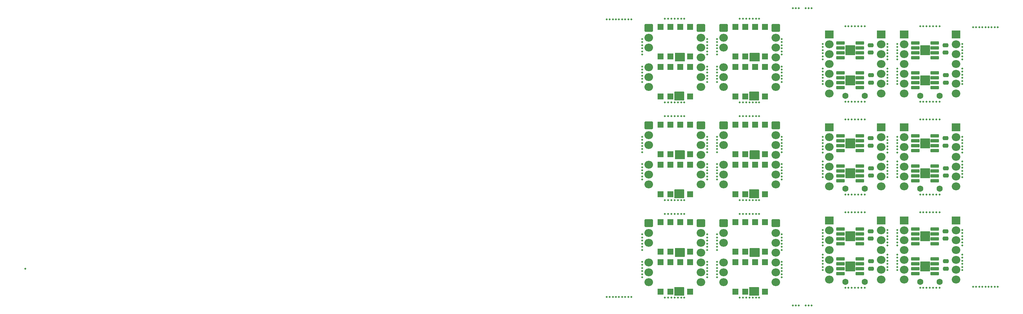
<source format=gbr>
%TF.GenerationSoftware,KiCad,Pcbnew,8.0.4*%
%TF.CreationDate,2024-09-16T10:23:00-03:00*%
%TF.ProjectId,drivers_panelized,64726976-6572-4735-9f70-616e656c697a,rev?*%
%TF.SameCoordinates,Original*%
%TF.FileFunction,Soldermask,Top*%
%TF.FilePolarity,Negative*%
%FSLAX46Y46*%
G04 Gerber Fmt 4.6, Leading zero omitted, Abs format (unit mm)*
G04 Created by KiCad (PCBNEW 8.0.4) date 2024-09-16 10:23:00*
%MOMM*%
%LPD*%
G01*
G04 APERTURE LIST*
G04 Aperture macros list*
%AMRoundRect*
0 Rectangle with rounded corners*
0 $1 Rounding radius*
0 $2 $3 $4 $5 $6 $7 $8 $9 X,Y pos of 4 corners*
0 Add a 4 corners polygon primitive as box body*
4,1,4,$2,$3,$4,$5,$6,$7,$8,$9,$2,$3,0*
0 Add four circle primitives for the rounded corners*
1,1,$1+$1,$2,$3*
1,1,$1+$1,$4,$5*
1,1,$1+$1,$6,$7*
1,1,$1+$1,$8,$9*
0 Add four rect primitives between the rounded corners*
20,1,$1+$1,$2,$3,$4,$5,0*
20,1,$1+$1,$4,$5,$6,$7,0*
20,1,$1+$1,$6,$7,$8,$9,0*
20,1,$1+$1,$8,$9,$2,$3,0*%
G04 Aperture macros list end*
%ADD10C,0.500000*%
%ADD11RoundRect,0.054880X-1.032120X-0.337120X1.032120X-0.337120X1.032120X0.337120X-1.032120X0.337120X0*%
%ADD12RoundRect,0.102000X-1.142500X-1.142500X1.142500X-1.142500X1.142500X1.142500X-1.142500X1.142500X0*%
%ADD13C,1.600000*%
%ADD14RoundRect,0.250000X0.475000X-0.250000X0.475000X0.250000X-0.475000X0.250000X-0.475000X-0.250000X0*%
%ADD15R,1.600000X1.600000*%
%ADD16RoundRect,0.250000X0.850000X0.750000X-0.850000X0.750000X-0.850000X-0.750000X0.850000X-0.750000X0*%
%ADD17O,2.200000X2.000000*%
%ADD18R,2.200000X2.000000*%
G04 APERTURE END LIST*
D10*
%TO.C,KiKit_MB_29_4*%
X156150000Y-108066667D03*
%TD*%
%TO.C,KiKit_MB_25_6*%
X101300000Y-113733333D03*
%TD*%
%TO.C,KiKit_MB_16_2*%
X118000000Y-96400000D03*
%TD*%
%TO.C,KiKit_MB_14_5*%
X101300000Y-96400000D03*
%TD*%
%TO.C,KiKit_MB_37_10*%
X97700000Y-58266667D03*
%TD*%
%TO.C,KiKit_MB_10_1*%
X183800000Y-70933333D03*
%TD*%
%TO.C,KiKit_MB_25_4*%
X147800000Y-114200000D03*
%TD*%
%TO.C,KiKit_MB_9_2*%
X183800000Y-65400001D03*
%TD*%
%TO.C,KiKit_MB_3_1*%
X164500000Y-64600001D03*
%TD*%
%TO.C,KiKit_MB_37_4*%
X92900000Y-58266667D03*
%TD*%
%TO.C,KiKit_MB_24_6*%
X127283333Y-104866667D03*
%TD*%
D11*
%TO.C,IC1*%
X171750000Y-72066667D03*
X171750000Y-73336667D03*
X171750000Y-74606667D03*
X171750000Y-75876667D03*
X176690000Y-75876667D03*
X176690000Y-74606667D03*
X176690000Y-73336667D03*
X176690000Y-72066667D03*
D12*
X174220000Y-73971667D03*
%TD*%
D10*
%TO.C,KiKit_MB_11_2*%
X173783333Y-60066667D03*
%TD*%
%TO.C,KiKit_MB_27_5*%
X164500000Y-115800000D03*
%TD*%
%TO.C,KiKit_MB_30_7*%
X153650000Y-127466667D03*
%TD*%
%TO.C,KiKit_MB_16_6*%
X118000000Y-99600000D03*
%TD*%
%TO.C,KiKit_MB_29_1*%
X153650000Y-108066667D03*
%TD*%
%TO.C,KiKit_MB_18_7*%
X107150000Y-104866667D03*
%TD*%
%TO.C,KiKit_MB_30_2*%
X111316666Y-130066667D03*
%TD*%
%TO.C,KiKit_MB_35_2*%
X127283333Y-108466667D03*
%TD*%
%TO.C,KiKit_MB_26_5*%
X147800000Y-119733333D03*
%TD*%
%TO.C,KiKit_MB_27_5*%
X118000000Y-116933333D03*
%TD*%
%TO.C,KiKit_MB_11_7*%
X177950000Y-60066667D03*
%TD*%
%TO.C,KiKit_MB_4_1*%
X118000000Y-70400000D03*
%TD*%
%TO.C,KiKit_MB_31_2*%
X120600000Y-116933333D03*
%TD*%
%TO.C,KiKit_MB_18_5*%
X155316667Y-103466667D03*
%TD*%
%TO.C,KiKit_MB_16_1*%
X164500000Y-94933333D03*
%TD*%
%TO.C,KiKit_MB_14_3*%
X101300000Y-98000000D03*
%TD*%
%TO.C,KiKit_MB_12_7*%
X126450000Y-79666667D03*
%TD*%
%TO.C,KiKit_MB_38_10*%
X97700000Y-129866667D03*
%TD*%
%TO.C,KiKit_MB_32_3*%
X167100000Y-121333333D03*
%TD*%
%TO.C,KiKit_MB_40_5*%
X189800000Y-127266667D03*
%TD*%
%TO.C,KiKit_MB_12_2*%
X130616666Y-79666667D03*
%TD*%
%TO.C,KiKit_MB_32_6*%
X167100000Y-118933333D03*
%TD*%
%TO.C,KiKit_MB_8_6*%
X167100000Y-70933333D03*
%TD*%
D13*
%TO.C,C3*%
X158700000Y-77966667D03*
X153700000Y-77966667D03*
%TD*%
D10*
%TO.C,KiKit_MB_15_6*%
X118000000Y-92533333D03*
%TD*%
%TO.C,KiKit_MB_7_4*%
X167100000Y-66200001D03*
%TD*%
D13*
%TO.C,C3*%
X178000000Y-101966667D03*
X173000000Y-101966667D03*
%TD*%
D10*
%TO.C,KiKit_MB_37_7*%
X95300000Y-58266667D03*
%TD*%
%TO.C,KiKit_MB_28_5*%
X118000000Y-124000000D03*
%TD*%
%TO.C,KiKit_MB_30_4*%
X109650000Y-130066667D03*
%TD*%
%TO.C,KiKit_MB_13_3*%
X101300000Y-90933333D03*
%TD*%
%TO.C,KiKit_MB_8_3*%
X167100000Y-73333333D03*
%TD*%
%TO.C,KiKit_MB_40_7*%
X191400000Y-127266667D03*
%TD*%
%TO.C,KiKit_MB_40_4*%
X189000000Y-127266667D03*
%TD*%
%TO.C,KiKit_MB_4_2*%
X164500000Y-71733333D03*
%TD*%
%TO.C,KiKit_MB_23_1*%
X172950000Y-84066667D03*
%TD*%
%TO.C,KiKit_MB_6_5*%
X108816667Y-79666667D03*
%TD*%
%TO.C,KiKit_MB_3_2*%
X164500000Y-65400001D03*
%TD*%
%TO.C,KiKit_MB_3_6*%
X164500000Y-68600001D03*
%TD*%
%TO.C,KiKit_MB_34_3*%
X183800000Y-120533333D03*
%TD*%
%TO.C,KiKit_MB_29_3*%
X155316667Y-108066667D03*
%TD*%
%TO.C,KiKit_MB_11_2*%
X127283333Y-58066667D03*
%TD*%
%TO.C,KiKit_MB_6_7*%
X153650000Y-79466667D03*
%TD*%
%TO.C,KiKit_MB_14_3*%
X147800000Y-97333333D03*
%TD*%
%TO.C,KiKit_MB_20_3*%
X120600000Y-98000000D03*
%TD*%
%TO.C,KiKit_MB_6_4*%
X156150000Y-79466667D03*
%TD*%
%TO.C,KiKit_MB_35_5*%
X129783333Y-108466667D03*
%TD*%
%TO.C,KiKit_MB_21_3*%
X137300000Y-90133333D03*
%TD*%
%TO.C,KiKit_MB_10_4*%
X137300000Y-72800000D03*
%TD*%
D11*
%TO.C,IC1*%
X152450000Y-72066667D03*
X152450000Y-73336667D03*
X152450000Y-74606667D03*
X152450000Y-75876667D03*
X157390000Y-75876667D03*
X157390000Y-74606667D03*
X157390000Y-73336667D03*
X157390000Y-72066667D03*
D12*
X154920000Y-73971667D03*
%TD*%
D10*
%TO.C,KiKit_MB_33_3*%
X183800000Y-114200000D03*
%TD*%
%TO.C,KiKit_MB_5_7*%
X158650000Y-60066667D03*
%TD*%
%TO.C,KiKit_MB_8_1*%
X167100000Y-74933333D03*
%TD*%
%TO.C,KiKit_MB_13_5*%
X147800000Y-89400000D03*
%TD*%
%TO.C,KiKit_MB_22_1*%
X183800000Y-94933333D03*
%TD*%
%TO.C,KiKit_MB_18_3*%
X110483333Y-104866667D03*
%TD*%
%TO.C,KiKit_MB_19_2*%
X120600000Y-91733333D03*
%TD*%
D14*
%TO.C,C2*%
X179500000Y-66816667D03*
X179500000Y-64916667D03*
%TD*%
D10*
%TO.C,KiKit_MB_17_6*%
X111316666Y-83266667D03*
%TD*%
%TO.C,KiKit_MB_23_7*%
X131450000Y-83266667D03*
%TD*%
%TO.C,KiKit_MB_27_2*%
X164500000Y-113400000D03*
%TD*%
%TO.C,KiKit_MB_9_5*%
X183800000Y-67800001D03*
%TD*%
%TO.C,KiKit_MB_39_7*%
X191400000Y-60266667D03*
%TD*%
%TO.C,KiKit_MB_5_4*%
X156150000Y-60066667D03*
%TD*%
%TO.C,KiKit_MB_26_6*%
X147800000Y-118933333D03*
%TD*%
%TO.C,KiKit_MB_20_6*%
X167100000Y-94933333D03*
%TD*%
%TO.C,KiKit_MB_28_6*%
X118000000Y-124800000D03*
%TD*%
%TO.C,KiKit_MB_7_3*%
X120600000Y-65733334D03*
%TD*%
%TO.C,KiKit_MB_6_3*%
X156983333Y-79466667D03*
%TD*%
%TO.C,KiKit_MB_26_3*%
X147800000Y-121333333D03*
%TD*%
%TO.C,KiKit_MB_3_4*%
X164500000Y-67000001D03*
%TD*%
%TO.C,KiKit_MB_16_4*%
X118000000Y-98000000D03*
%TD*%
%TO.C,KiKit_MB_26_3*%
X101300000Y-123200000D03*
%TD*%
%TO.C,KiKit_MB_27_6*%
X118000000Y-117733333D03*
%TD*%
%TO.C,KiKit_MB_12_1*%
X131450000Y-79666667D03*
%TD*%
%TO.C,KiKit_MB_23_3*%
X174616666Y-84066667D03*
%TD*%
D15*
%TO.C,U1*%
X105980000Y-78136667D03*
X108520000Y-78136667D03*
X111060000Y-78136667D03*
X113600000Y-78136667D03*
X113600000Y-70516667D03*
X111060000Y-70516667D03*
X108520000Y-70516667D03*
X105980000Y-70516667D03*
%TD*%
D10*
%TO.C,KiKit_MB_22_2*%
X183800000Y-95733333D03*
%TD*%
%TO.C,KiKit_MB_36_2*%
X177116666Y-127466667D03*
%TD*%
%TO.C,KiKit_MB_25_3*%
X101300000Y-116133333D03*
%TD*%
%TO.C,KiKit_MB_31_5*%
X120600000Y-114533333D03*
%TD*%
%TO.C,KiKit_MB_19_6*%
X167100000Y-88600000D03*
%TD*%
%TO.C,KiKit_MB_8_3*%
X120600000Y-72800000D03*
%TD*%
%TO.C,KiKit_MB_38_5*%
X93700000Y-129866667D03*
%TD*%
%TO.C,KiKit_MB_5_3*%
X155316667Y-60066667D03*
%TD*%
%TO.C,KiKit_MB_13_2*%
X147800000Y-91800000D03*
%TD*%
%TO.C,KiKit_MB_24_2*%
X130616666Y-104866667D03*
%TD*%
%TO.C,KiKit_MB_1_3*%
X101300000Y-65733334D03*
%TD*%
%TO.C,KiKit_MB_10_4*%
X183800000Y-73333333D03*
%TD*%
%TO.C,KiKit_MB_32_5*%
X167100000Y-119733333D03*
%TD*%
%TO.C,KiKit_MB_19_1*%
X167100000Y-92600000D03*
%TD*%
D11*
%TO.C,IC1*%
X171750000Y-96066667D03*
X171750000Y-97336667D03*
X171750000Y-98606667D03*
X171750000Y-99876667D03*
X176690000Y-99876667D03*
X176690000Y-98606667D03*
X176690000Y-97336667D03*
X176690000Y-96066667D03*
D12*
X174220000Y-97971667D03*
%TD*%
D10*
%TO.C,KiKit_MB_36_3*%
X176283333Y-127466667D03*
%TD*%
%TO.C,KiKit_MB_39_2*%
X187400000Y-60266667D03*
%TD*%
%TO.C,KiKit_MB_38_3*%
X92100000Y-129866667D03*
%TD*%
%TO.C,KiKit_MB_30_3*%
X110483333Y-130066667D03*
%TD*%
%TO.C,KiKit_MB_16_5*%
X118000000Y-98800000D03*
%TD*%
%TO.C,KiKit_MB_11_7*%
X131450000Y-58066667D03*
%TD*%
%TO.C,KiKit_MB_28_1*%
X164500000Y-118933333D03*
%TD*%
%TO.C,KiKit_MB_8_5*%
X120600000Y-71200000D03*
%TD*%
%TO.C,KiKit_MB_33_4*%
X137300000Y-116133333D03*
%TD*%
%TO.C,KiKit_MB_32_4*%
X120600000Y-122400000D03*
%TD*%
%TO.C,KiKit_MB_29_7*%
X112150000Y-108466667D03*
%TD*%
%TO.C,KiKit_MB_34_1*%
X137300000Y-120800000D03*
%TD*%
%TO.C,KiKit_MB_40_6*%
X190600000Y-127266667D03*
%TD*%
%TO.C,KiKit_MB_22_4*%
X137300000Y-98000000D03*
%TD*%
%TO.C,KiKit_MB_40_3*%
X188200000Y-127266667D03*
%TD*%
%TO.C,KiKit_MB_27_4*%
X164500000Y-115000000D03*
%TD*%
%TO.C,KiKit_MB_27_3*%
X118000000Y-115333333D03*
%TD*%
%TO.C,KiKit_MB_2_6*%
X101300000Y-70400000D03*
%TD*%
%TO.C,KiKit_MB_40_1*%
X186600000Y-127266667D03*
%TD*%
D14*
%TO.C,C2*%
X179500000Y-114816667D03*
X179500000Y-112916667D03*
%TD*%
D10*
%TO.C,KiKit_MB_28_2*%
X164500000Y-119733333D03*
%TD*%
%TO.C,KiKit_MB_23_3*%
X128116666Y-83266667D03*
%TD*%
%TO.C,KiKit_MB_14_2*%
X147800000Y-98133333D03*
%TD*%
D11*
%TO.C,IC2*%
X171750000Y-112326667D03*
X171750000Y-113596667D03*
X171750000Y-114866667D03*
X171750000Y-116136667D03*
X176690000Y-116136667D03*
X176690000Y-114866667D03*
X176690000Y-113596667D03*
X176690000Y-112326667D03*
D12*
X174220000Y-114231667D03*
%TD*%
D10*
%TO.C,KiKit_MB_32_3*%
X120600000Y-123200000D03*
%TD*%
%TO.C,KiKit_MB_2_3*%
X101300000Y-72800000D03*
%TD*%
%TO.C,KiKit_MB_5_2*%
X154483334Y-60066667D03*
%TD*%
%TO.C,KiKit_MB_18_7*%
X153650000Y-103466667D03*
%TD*%
%TO.C,KiKit_MB_6_6*%
X154483334Y-79466667D03*
%TD*%
%TO.C,KiKit_MB_39_9*%
X193000000Y-60266667D03*
%TD*%
%TO.C,KiKit_MB_4_1*%
X164500000Y-70933333D03*
%TD*%
%TO.C,KiKit_MB_36_3*%
X129783333Y-130066667D03*
%TD*%
D14*
%TO.C,C2*%
X179500000Y-90816667D03*
X179500000Y-88916667D03*
%TD*%
D10*
%TO.C,KiKit_MB_13_1*%
X147800000Y-92600000D03*
%TD*%
%TO.C,KiKit_MB_26_4*%
X147800000Y-120533333D03*
%TD*%
%TO.C,KiKit_MB_40_3*%
X141700000Y-55400000D03*
%TD*%
%TO.C,KiKit_MB_24_1*%
X177950000Y-103466667D03*
%TD*%
%TO.C,KiKit_MB_28_4*%
X164500000Y-121333333D03*
%TD*%
D15*
%TO.C,U1*%
X125280000Y-128536667D03*
X127820000Y-128536667D03*
X130360000Y-128536667D03*
X132900000Y-128536667D03*
X132900000Y-120916667D03*
X130360000Y-120916667D03*
X127820000Y-120916667D03*
X125280000Y-120916667D03*
%TD*%
%TO.C,U1*%
X105980000Y-103336667D03*
X108520000Y-103336667D03*
X111060000Y-103336667D03*
X113600000Y-103336667D03*
X113600000Y-95716667D03*
X111060000Y-95716667D03*
X108520000Y-95716667D03*
X105980000Y-95716667D03*
%TD*%
D10*
%TO.C,KiKit_MB_10_1*%
X137300000Y-70400000D03*
%TD*%
%TO.C,KiKit_MB_19_5*%
X167100000Y-89400000D03*
%TD*%
%TO.C,KiKit_MB_32_1*%
X120600000Y-124800000D03*
%TD*%
%TO.C,KiKit_MB_11_4*%
X128950000Y-58066667D03*
%TD*%
%TO.C,KiKit_MB_25_5*%
X101300000Y-114533333D03*
%TD*%
%TO.C,KiKit_MB_9_6*%
X183800000Y-68600001D03*
%TD*%
%TO.C,KiKit_MB_40_9*%
X143400000Y-132100000D03*
%TD*%
%TO.C,KiKit_MB_31_4*%
X120600000Y-115333333D03*
%TD*%
%TO.C,KiKit_MB_22_2*%
X137300000Y-96400000D03*
%TD*%
D15*
%TO.C,U1*%
X125280000Y-103336667D03*
X127820000Y-103336667D03*
X130360000Y-103336667D03*
X132900000Y-103336667D03*
X132900000Y-95716667D03*
X130360000Y-95716667D03*
X127820000Y-95716667D03*
X125280000Y-95716667D03*
%TD*%
D10*
%TO.C,KiKit_MB_26_6*%
X101300000Y-120800000D03*
%TD*%
%TO.C,KiKit_MB_4_6*%
X118000000Y-74400000D03*
%TD*%
%TO.C,KiKit_MB_27_2*%
X118000000Y-114533333D03*
%TD*%
%TO.C,KiKit_MB_10_2*%
X183800000Y-71733333D03*
%TD*%
%TO.C,KiKit_MB_11_6*%
X130616666Y-58066667D03*
%TD*%
%TO.C,KiKit_MB_31_2*%
X167100000Y-115800000D03*
%TD*%
%TO.C,KiKit_MB_12_3*%
X129783333Y-79666667D03*
%TD*%
%TO.C,KiKit_MB_33_1*%
X183800000Y-112600000D03*
%TD*%
%TO.C,KiKit_MB_18_3*%
X156983333Y-103466667D03*
%TD*%
D14*
%TO.C,C1*%
X160300000Y-98566667D03*
X160300000Y-96666667D03*
%TD*%
D10*
%TO.C,KiKit_MB_33_1*%
X137300000Y-113733333D03*
%TD*%
%TO.C,KiKit_MB_29_3*%
X108816667Y-108466667D03*
%TD*%
%TO.C,KiKit_MB_33_6*%
X137300000Y-117733333D03*
%TD*%
%TO.C,KiKit_MB_8_4*%
X120600000Y-72000000D03*
%TD*%
%TO.C,KiKit_MB_20_5*%
X120600000Y-96400000D03*
%TD*%
%TO.C,KiKit_MB_2_1*%
X101300000Y-74400000D03*
%TD*%
%TO.C,KiKit_MB_38_8*%
X96100000Y-129866667D03*
%TD*%
%TO.C,KiKit_MB_3_3*%
X118000000Y-64933334D03*
%TD*%
%TO.C,KiKit_MB_13_2*%
X101300000Y-91733333D03*
%TD*%
%TO.C,KiKit_MB_20_1*%
X120600000Y-99600000D03*
%TD*%
%TO.C,KiKit_MB_26_1*%
X101300000Y-124800000D03*
%TD*%
%TO.C,KiKit_MB_37_5*%
X93700000Y-58266667D03*
%TD*%
D13*
%TO.C,C3*%
X178000000Y-77966667D03*
X173000000Y-77966667D03*
%TD*%
%TO.C,C3*%
X158700000Y-125966667D03*
X153700000Y-125966667D03*
%TD*%
D10*
%TO.C,KiKit_MB_2_2*%
X101300000Y-73600000D03*
%TD*%
%TO.C,KiKit_MB_33_5*%
X183800000Y-115800000D03*
%TD*%
%TO.C,KiKit_MB_13_1*%
X101300000Y-92533333D03*
%TD*%
%TO.C,KiKit_MB_39_5*%
X189800000Y-60266667D03*
%TD*%
%TO.C,KiKit_MB_36_1*%
X131450000Y-130066667D03*
%TD*%
%TO.C,KiKit_MB_12_2*%
X177116666Y-79466667D03*
%TD*%
D14*
%TO.C,C1*%
X160300000Y-122566667D03*
X160300000Y-120666667D03*
%TD*%
D10*
%TO.C,KiKit_MB_9_3*%
X183800000Y-66200001D03*
%TD*%
%TO.C,KiKit_MB_31_4*%
X167100000Y-114200000D03*
%TD*%
%TO.C,KiKit_MB_25_1*%
X101300000Y-117733333D03*
%TD*%
%TO.C,KiKit_MB_2_3*%
X147800000Y-73333333D03*
%TD*%
%TO.C,KiKit_MB_1_5*%
X101300000Y-64133334D03*
%TD*%
%TO.C,KiKit_MB_4_5*%
X118000000Y-73600000D03*
%TD*%
%TO.C,KiKit_MB_16_2*%
X164500000Y-95733333D03*
%TD*%
%TO.C,KiKit_MB_19_6*%
X120600000Y-88533333D03*
%TD*%
%TO.C,KiKit_MB_22_5*%
X137300000Y-98800000D03*
%TD*%
%TO.C,KiKit_MB_5_2*%
X107983334Y-58066667D03*
%TD*%
%TO.C,KiKit_MB_40_11*%
X145000000Y-132100000D03*
%TD*%
%TO.C,KiKit_MB_33_5*%
X137300000Y-116933333D03*
%TD*%
%TO.C,KiKit_MB_33_3*%
X137300000Y-115333333D03*
%TD*%
%TO.C,KiKit_MB_21_1*%
X183800000Y-88600000D03*
%TD*%
%TO.C,KiKit_MB_29_2*%
X107983334Y-108466667D03*
%TD*%
%TO.C,KiKit_MB_6_2*%
X157816666Y-79466667D03*
%TD*%
%TO.C,KiKit_MB_34_6*%
X183800000Y-122933333D03*
%TD*%
D15*
%TO.C,U1*%
X105980000Y-128536667D03*
X108520000Y-128536667D03*
X111060000Y-128536667D03*
X113600000Y-128536667D03*
X113600000Y-120916667D03*
X111060000Y-120916667D03*
X108520000Y-120916667D03*
X105980000Y-120916667D03*
%TD*%
D10*
%TO.C,KiKit_MB_32_6*%
X120600000Y-120800000D03*
%TD*%
%TO.C,KiKit_MB_40_2*%
X187400000Y-127266667D03*
%TD*%
%TO.C,KiKit_MB_20_1*%
X167100000Y-98933333D03*
%TD*%
%TO.C,KiKit_MB_23_4*%
X175450000Y-84066667D03*
%TD*%
%TO.C,KiKit_MB_12_1*%
X177950000Y-79466667D03*
%TD*%
%TO.C,KiKit_MB_13_6*%
X101300000Y-88533333D03*
%TD*%
%TO.C,KiKit_MB_8_2*%
X167100000Y-74133333D03*
%TD*%
%TO.C,KiKit_MB_35_3*%
X174616666Y-108066667D03*
%TD*%
%TO.C,KiKit_MB_13_6*%
X147800000Y-88600000D03*
%TD*%
%TO.C,KiKit_MB_18_1*%
X112150000Y-104866667D03*
%TD*%
%TO.C,KiKit_MB_21_1*%
X137300000Y-88533333D03*
%TD*%
D14*
%TO.C,C1*%
X179600000Y-122566667D03*
X179600000Y-120666667D03*
%TD*%
D10*
%TO.C,KiKit_MB_14_1*%
X101300000Y-99600000D03*
%TD*%
%TO.C,KiKit_MB_30_3*%
X156983333Y-127466667D03*
%TD*%
%TO.C,KiKit_MB_40_1*%
X140100000Y-55400000D03*
%TD*%
%TO.C,KiKit_MB_21_2*%
X183800000Y-89400000D03*
%TD*%
D15*
%TO.C,U2*%
X125280000Y-93016667D03*
X127820000Y-93016667D03*
X130360000Y-93016667D03*
X132900000Y-93016667D03*
X132900000Y-85396667D03*
X130360000Y-85396667D03*
X127820000Y-85396667D03*
X125280000Y-85396667D03*
%TD*%
D10*
%TO.C,KiKit_MB_33_2*%
X183800000Y-113400000D03*
%TD*%
%TO.C,KiKit_MB_40_9*%
X143400000Y-55400000D03*
%TD*%
%TO.C,KiKit_MB_22_3*%
X183800000Y-96533333D03*
%TD*%
%TO.C,KiKit_MB_24_5*%
X174616666Y-103466667D03*
%TD*%
%TO.C,KiKit_MB_28_1*%
X118000000Y-120800000D03*
%TD*%
%TO.C,KiKit_MB_4_3*%
X118000000Y-72000000D03*
%TD*%
%TO.C,KiKit_MB_9_5*%
X137300000Y-66533334D03*
%TD*%
%TO.C,KiKit_MB_17_7*%
X112150000Y-83266667D03*
%TD*%
%TO.C,KiKit_MB_17_1*%
X107150000Y-83266667D03*
%TD*%
%TO.C,KiKit_MB_8_4*%
X167100000Y-72533333D03*
%TD*%
%TO.C,KiKit_MB_23_5*%
X176283333Y-84066667D03*
%TD*%
%TO.C,KiKit_MB_30_4*%
X156150000Y-127466667D03*
%TD*%
%TO.C,KiKit_MB_35_6*%
X130616666Y-108466667D03*
%TD*%
%TO.C,KiKit_MB_35_4*%
X175450000Y-108066667D03*
%TD*%
%TO.C,KiKit_MB_15_2*%
X118000000Y-89333333D03*
%TD*%
%TO.C,KiKit_MB_31_3*%
X120600000Y-116133333D03*
%TD*%
%TO.C,KiKit_MB_31_6*%
X167100000Y-112600000D03*
%TD*%
%TO.C,KiKit_MB_1_6*%
X147800000Y-64600001D03*
%TD*%
%TO.C,KiKit_MB_18_1*%
X158650000Y-103466667D03*
%TD*%
%TO.C,KiKit_MB_30_2*%
X157816666Y-127466667D03*
%TD*%
%TO.C,KiKit_MB_20_3*%
X167100000Y-97333333D03*
%TD*%
%TO.C,KiKit_MB_19_5*%
X120600000Y-89333333D03*
%TD*%
%TO.C,KiKit_MB_29_1*%
X107150000Y-108466667D03*
%TD*%
%TO.C,KiKit_MB_16_6*%
X164500000Y-98933333D03*
%TD*%
%TO.C,KiKit_MB_15_5*%
X164500000Y-91800000D03*
%TD*%
%TO.C,KiKit_MB_9_3*%
X137300000Y-64933334D03*
%TD*%
%TO.C,KiKit_MB_18_6*%
X107983334Y-104866667D03*
%TD*%
%TO.C,KiKit_MB_4_5*%
X164500000Y-74133333D03*
%TD*%
%TO.C,KiKit_MB_7_4*%
X120600000Y-64933334D03*
%TD*%
%TO.C,KiKit_MB_15_3*%
X164500000Y-90200000D03*
%TD*%
%TO.C,KiKit_MB_14_4*%
X101300000Y-97200000D03*
%TD*%
%TO.C,KiKit_MB_5_5*%
X110483333Y-58066667D03*
%TD*%
%TO.C,KiKit_MB_28_4*%
X118000000Y-123200000D03*
%TD*%
%TO.C,KiKit_MB_34_4*%
X137300000Y-123200000D03*
%TD*%
%TO.C,KiKit_MB_28_6*%
X164500000Y-122933333D03*
%TD*%
%TO.C,KiKit_MB_26_1*%
X147800000Y-122933333D03*
%TD*%
D15*
%TO.C,U2*%
X125280000Y-67816667D03*
X127820000Y-67816667D03*
X130360000Y-67816667D03*
X132900000Y-67816667D03*
X132900000Y-60196667D03*
X130360000Y-60196667D03*
X127820000Y-60196667D03*
X125280000Y-60196667D03*
%TD*%
D10*
%TO.C,KiKit_MB_29_4*%
X109650000Y-108466667D03*
%TD*%
%TO.C,KiKit_MB_33_2*%
X137300000Y-114533333D03*
%TD*%
%TO.C,KiKit_MB_23_5*%
X129783333Y-83266667D03*
%TD*%
%TO.C,KiKit_MB_23_4*%
X128950000Y-83266667D03*
%TD*%
D14*
%TO.C,C2*%
X160200000Y-90816667D03*
X160200000Y-88916667D03*
%TD*%
D10*
%TO.C,KiKit_MB_24_5*%
X128116666Y-104866667D03*
%TD*%
%TO.C,KiKit_MB_23_2*%
X173783333Y-84066667D03*
%TD*%
%TO.C,KiKit_MB_34_3*%
X137300000Y-122400000D03*
%TD*%
%TO.C,KiKit_MB_30_1*%
X158650000Y-127466667D03*
%TD*%
D14*
%TO.C,C2*%
X160200000Y-66816667D03*
X160200000Y-64916667D03*
%TD*%
D10*
%TO.C,KiKit_MB_5_6*%
X157816666Y-60066667D03*
%TD*%
%TO.C,KiKit_MB_39_6*%
X190600000Y-60266667D03*
%TD*%
%TO.C,KiKit_MB_4_2*%
X118000000Y-71200000D03*
%TD*%
%TO.C,KiKit_MB_30_1*%
X112150000Y-130066667D03*
%TD*%
%TO.C,KiKit_MB_9_2*%
X137300000Y-64133334D03*
%TD*%
%TO.C,KiKit_MB_3_3*%
X164500000Y-66200001D03*
%TD*%
%TO.C,KiKit_MB_32_2*%
X167100000Y-122133333D03*
%TD*%
%TO.C,KiKit_MB_9_1*%
X137300000Y-63333334D03*
%TD*%
%TO.C,KiKit_MB_40_2*%
X140900000Y-55400000D03*
%TD*%
%TO.C,KiKit_MB_30_6*%
X154483334Y-127466667D03*
%TD*%
%TO.C,KiKit_MB_21_3*%
X183800000Y-90200000D03*
%TD*%
%TO.C,KiKit_MB_24_3*%
X129783333Y-104866667D03*
%TD*%
%TO.C,KiKit_MB_40_11*%
X145000000Y-55400000D03*
%TD*%
%TO.C,KiKit_MB_33_6*%
X183800000Y-116600000D03*
%TD*%
%TO.C,KiKit_MB_23_1*%
X126450000Y-83266667D03*
%TD*%
D14*
%TO.C,C1*%
X179600000Y-74566667D03*
X179600000Y-72666667D03*
%TD*%
D10*
%TO.C,KiKit_MB_6_7*%
X107150000Y-79666667D03*
%TD*%
%TO.C,KiKit_MB_28_3*%
X164500000Y-120533333D03*
%TD*%
%TO.C,KiKit_MB_2_2*%
X147800000Y-74133333D03*
%TD*%
%TO.C,KiKit_MB_29_7*%
X158650000Y-108066667D03*
%TD*%
%TO.C,KiKit_MB_25_4*%
X101300000Y-115333333D03*
%TD*%
%TO.C,KiKit_MB_19_4*%
X167100000Y-90200000D03*
%TD*%
%TO.C,KiKit_MB_8_5*%
X167100000Y-71733333D03*
%TD*%
%TO.C,KiKit_MB_11_3*%
X128116666Y-58066667D03*
%TD*%
%TO.C,KiKit_MB_29_6*%
X111316666Y-108466667D03*
%TD*%
%TO.C,KiKit_MB_30_5*%
X108816667Y-130066667D03*
%TD*%
%TO.C,KiKit_MB_21_2*%
X137300000Y-89333333D03*
%TD*%
%TO.C,KiKit_MB_22_1*%
X137300000Y-95600000D03*
%TD*%
%TO.C,KiKit_MB_14_4*%
X147800000Y-96533333D03*
%TD*%
%TO.C,KiKit_MB_31_1*%
X120600000Y-117733333D03*
%TD*%
D11*
%TO.C,IC2*%
X152450000Y-88326667D03*
X152450000Y-89596667D03*
X152450000Y-90866667D03*
X152450000Y-92136667D03*
X157390000Y-92136667D03*
X157390000Y-90866667D03*
X157390000Y-89596667D03*
X157390000Y-88326667D03*
D12*
X154920000Y-90231667D03*
%TD*%
D10*
%TO.C,KiKit_MB_5_4*%
X109650000Y-58066667D03*
%TD*%
%TO.C,KiKit_MB_9_6*%
X137300000Y-67333334D03*
%TD*%
%TO.C,KiKit_MB_12_6*%
X127283333Y-79666667D03*
%TD*%
%TO.C,KiKit_MB_22_6*%
X183800000Y-98933333D03*
%TD*%
%TO.C,KiKit_MB_17_4*%
X156150000Y-84066667D03*
%TD*%
%TO.C,KiKit_MB_13_5*%
X101300000Y-89333333D03*
%TD*%
%TO.C,KiKit_MB_39_3*%
X188200000Y-60266667D03*
%TD*%
%TO.C,KiKit_MB_37_6*%
X94500000Y-58266667D03*
%TD*%
%TO.C,KiKit_MB_1_3*%
X147800000Y-67000001D03*
%TD*%
%TO.C,KiKit_MB_3_4*%
X118000000Y-65733334D03*
%TD*%
%TO.C,KiKit_MB_39_8*%
X192200000Y-60266667D03*
%TD*%
%TO.C,KiKit_MB_7_2*%
X167100000Y-67800001D03*
%TD*%
%TO.C,KiKit_MB_29_5*%
X110483333Y-108466667D03*
%TD*%
%TO.C,KiKit_MB_10_6*%
X183800000Y-74933333D03*
%TD*%
%TO.C,KiKit_MB_30_7*%
X107150000Y-130066667D03*
%TD*%
%TO.C,KiKit_MB_11_5*%
X129783333Y-58066667D03*
%TD*%
%TO.C,KiKit_MB_19_3*%
X167100000Y-91000000D03*
%TD*%
%TO.C,KiKit_MB_26_4*%
X101300000Y-122400000D03*
%TD*%
%TO.C,KiKit_MB_8_1*%
X120600000Y-74400000D03*
%TD*%
%TO.C,KiKit_MB_21_6*%
X183800000Y-92600000D03*
%TD*%
%TO.C,KiKit_MB_39_1*%
X186600000Y-60266667D03*
%TD*%
%TO.C,KiKit_MB_25_6*%
X147800000Y-112600000D03*
%TD*%
%TO.C,KiKit_MB_1_5*%
X147800000Y-65400001D03*
%TD*%
%TO.C,KiKit_MB_30_5*%
X155316667Y-127466667D03*
%TD*%
%TO.C,KiKit_MB_16_4*%
X164500000Y-97333333D03*
%TD*%
%TO.C,KiKit_MB_15_6*%
X164500000Y-92600000D03*
%TD*%
%TO.C,KiKit_MB_17_2*%
X107983334Y-83266667D03*
%TD*%
%TO.C,KiKit_MB_16_5*%
X164500000Y-98133333D03*
%TD*%
%TO.C,KiKit_MB_5_1*%
X107150000Y-58066667D03*
%TD*%
%TO.C,KiKit_MB_17_3*%
X108816667Y-83266667D03*
%TD*%
%TO.C,KiKit_MB_40_9*%
X193000000Y-127266667D03*
%TD*%
%TO.C,KiKit_MB_36_2*%
X130616666Y-130066667D03*
%TD*%
%TO.C,KiKit_MB_22_5*%
X183800000Y-98133333D03*
%TD*%
%TO.C,KiKit_MB_17_3*%
X155316667Y-84066667D03*
%TD*%
%TO.C,KiKit_MB_2_5*%
X101300000Y-71200000D03*
%TD*%
%TO.C,KiKit_MB_11_3*%
X174616666Y-60066667D03*
%TD*%
%TO.C,KiKit_MB_10_5*%
X137300000Y-73600000D03*
%TD*%
%TO.C,KiKit_MB_27_3*%
X164500000Y-114200000D03*
%TD*%
%TO.C,KiKit_MB_7_1*%
X167100000Y-68600001D03*
%TD*%
%TO.C,KiKit_MB_37_8*%
X96100000Y-58266667D03*
%TD*%
%TO.C,KiKit_MB_18_2*%
X111316666Y-104866667D03*
%TD*%
D14*
%TO.C,C1*%
X179600000Y-98566667D03*
X179600000Y-96666667D03*
%TD*%
D10*
%TO.C,KiKit_MB_31_5*%
X167100000Y-113400000D03*
%TD*%
%TO.C,KiKit_MB_31_3*%
X167100000Y-115000000D03*
%TD*%
%TO.C,KiKit_MB_29_2*%
X154483334Y-108066667D03*
%TD*%
%TO.C,KiKit_MB_20_4*%
X120600000Y-97200000D03*
%TD*%
%TO.C,KiKit_MB_35_6*%
X177116666Y-108066667D03*
%TD*%
%TO.C,KiKit_MB_31_6*%
X120600000Y-113733333D03*
%TD*%
%TO.C,KiKit_MB_36_6*%
X173783333Y-127466667D03*
%TD*%
%TO.C,KiKit_MB_18_4*%
X156150000Y-103466667D03*
%TD*%
D14*
%TO.C,C2*%
X160200000Y-114816667D03*
X160200000Y-112916667D03*
%TD*%
D10*
%TO.C,KiKit_MB_21_5*%
X183800000Y-91800000D03*
%TD*%
%TO.C,KiKit_MB_18_4*%
X109650000Y-104866667D03*
%TD*%
%TO.C,KiKit_MB_11_4*%
X175450000Y-60066667D03*
%TD*%
%TO.C,KiKit_MB_15_2*%
X164500000Y-89400000D03*
%TD*%
%TO.C,KiKit_MB_35_5*%
X176283333Y-108066667D03*
%TD*%
%TO.C,KiKit_MB_1_1*%
X101300000Y-67333334D03*
%TD*%
%TO.C,KiKit_MB_20_5*%
X167100000Y-95733333D03*
%TD*%
%TO.C,KiKit_MB_38_11*%
X98500000Y-129866667D03*
%TD*%
%TO.C,KiKit_MB_22_6*%
X137300000Y-99600000D03*
%TD*%
%TO.C,KiKit_MB_20_2*%
X167100000Y-98133333D03*
%TD*%
%TO.C,KiKit_MB_15_5*%
X118000000Y-91733333D03*
%TD*%
%TO.C,KiKit_MB_9_4*%
X137300000Y-65733334D03*
%TD*%
%TO.C,KiKit_MB_5_7*%
X112150000Y-58066667D03*
%TD*%
%TO.C,KiKit_MB_36_4*%
X128950000Y-130066667D03*
%TD*%
%TO.C,KiKit_MB_24_4*%
X128950000Y-104866667D03*
%TD*%
D11*
%TO.C,IC2*%
X171750000Y-88326667D03*
X171750000Y-89596667D03*
X171750000Y-90866667D03*
X171750000Y-92136667D03*
X176690000Y-92136667D03*
X176690000Y-90866667D03*
X176690000Y-89596667D03*
X176690000Y-88326667D03*
D12*
X174220000Y-90231667D03*
%TD*%
D10*
%TO.C,KiKit_MB_3_6*%
X118000000Y-67333334D03*
%TD*%
%TO.C,KiKit_MB_34_5*%
X183800000Y-122133333D03*
%TD*%
%TO.C,KiKit_MB_28_3*%
X118000000Y-122400000D03*
%TD*%
%TO.C,KiKit_MB_15_4*%
X164500000Y-91000000D03*
%TD*%
%TO.C,KiKit_MB_13_4*%
X101300000Y-90133333D03*
%TD*%
%TO.C,KiKit_MB_15_4*%
X118000000Y-90933333D03*
%TD*%
D13*
%TO.C,C3*%
X178000000Y-125966667D03*
X173000000Y-125966667D03*
%TD*%
D10*
%TO.C,KiKit_MB_22_3*%
X137300000Y-97200000D03*
%TD*%
%TO.C,KiKit_MB_24_2*%
X177116666Y-103466667D03*
%TD*%
%TO.C,KiKit_MB_35_3*%
X128116666Y-108466667D03*
%TD*%
%TO.C,KiKit_MB_18_5*%
X108816667Y-104866667D03*
%TD*%
D11*
%TO.C,IC2*%
X171750000Y-64326667D03*
X171750000Y-65596667D03*
X171750000Y-66866667D03*
X171750000Y-68136667D03*
X176690000Y-68136667D03*
X176690000Y-66866667D03*
X176690000Y-65596667D03*
X176690000Y-64326667D03*
D12*
X174220000Y-66231667D03*
%TD*%
D10*
%TO.C,KiKit_MB_30_6*%
X107983334Y-130066667D03*
%TD*%
%TO.C,KiKit_MB_12_4*%
X175450000Y-79466667D03*
%TD*%
%TO.C,KiKit_MB_6_1*%
X158650000Y-79466667D03*
%TD*%
%TO.C,KiKit_MB_11_1*%
X126450000Y-58066667D03*
%TD*%
%TO.C,KiKit_MB_29_6*%
X157816666Y-108066667D03*
%TD*%
%TO.C,KiKit_MB_13_4*%
X147800000Y-90200000D03*
%TD*%
%TO.C,KiKit_MB_17_6*%
X157816666Y-84066667D03*
%TD*%
%TO.C,KiKit_MB_4_3*%
X164500000Y-72533333D03*
%TD*%
%TO.C,KiKit_MB_26_2*%
X147800000Y-122133333D03*
%TD*%
%TO.C,KiKit_MB_2_1*%
X147800000Y-74933333D03*
%TD*%
%TO.C,KiKit_MB_32_5*%
X120600000Y-121600000D03*
%TD*%
%TO.C,KiKit_MB_15_1*%
X118000000Y-88533333D03*
%TD*%
%TO.C,KiKit_MB_36_5*%
X128116666Y-130066667D03*
%TD*%
%TO.C,KiKit_MB_40_10*%
X144200000Y-55400000D03*
%TD*%
D11*
%TO.C,IC1*%
X171750000Y-120066667D03*
X171750000Y-121336667D03*
X171750000Y-122606667D03*
X171750000Y-123876667D03*
X176690000Y-123876667D03*
X176690000Y-122606667D03*
X176690000Y-121336667D03*
X176690000Y-120066667D03*
D12*
X174220000Y-121971667D03*
%TD*%
D15*
%TO.C,U2*%
X125280000Y-118216667D03*
X127820000Y-118216667D03*
X130360000Y-118216667D03*
X132900000Y-118216667D03*
X132900000Y-110596667D03*
X130360000Y-110596667D03*
X127820000Y-110596667D03*
X125280000Y-110596667D03*
%TD*%
D10*
%TO.C,KiKit_MB_21_4*%
X183800000Y-91000000D03*
%TD*%
%TO.C,KiKit_MB_14_5*%
X147800000Y-95733333D03*
%TD*%
%TO.C,KiKit_MB_27_4*%
X118000000Y-116133333D03*
%TD*%
%TO.C,KiKit_MB_23_7*%
X177950000Y-84066667D03*
%TD*%
%TO.C,KiKit_MB_39_4*%
X189000000Y-60266667D03*
%TD*%
%TO.C,KiKit_MB_11_5*%
X176283333Y-60066667D03*
%TD*%
%TO.C,KiKit_MB_6_2*%
X111316666Y-79666667D03*
%TD*%
%TO.C,KiKit_MB_8_6*%
X120600000Y-70400000D03*
%TD*%
D15*
%TO.C,U2*%
X105980000Y-93016667D03*
X108520000Y-93016667D03*
X111060000Y-93016667D03*
X113600000Y-93016667D03*
X113600000Y-85396667D03*
X111060000Y-85396667D03*
X108520000Y-85396667D03*
X105980000Y-85396667D03*
%TD*%
D10*
%TO.C,KiKit_MB_38_7*%
X95300000Y-129866667D03*
%TD*%
%TO.C,KiKit_MB_2_4*%
X101300000Y-72000000D03*
%TD*%
%TO.C,KiKit_MB_12_5*%
X128116666Y-79666667D03*
%TD*%
%TO.C,KiKit_MB_12_5*%
X174616666Y-79466667D03*
%TD*%
%TO.C,KiKit_MB_26_2*%
X101300000Y-124000000D03*
%TD*%
%TO.C,KiKit_MB_25_2*%
X147800000Y-115800000D03*
%TD*%
%TO.C,KiKit_MB_14_1*%
X147800000Y-98933333D03*
%TD*%
%TO.C,KiKit_MB_36_1*%
X177950000Y-127466667D03*
%TD*%
%TO.C,KiKit_MB_37_11*%
X98500000Y-58266667D03*
%TD*%
%TO.C,KiKit_MB_27_1*%
X118000000Y-113733333D03*
%TD*%
%TO.C,KiKit_MB_36_6*%
X127283333Y-130066667D03*
%TD*%
%TO.C,KiKit_MB_6_5*%
X155316667Y-79466667D03*
%TD*%
%TO.C,KiKit_MB_22_4*%
X183800000Y-97333333D03*
%TD*%
%TO.C,KiKit_MB_16_3*%
X164500000Y-96533333D03*
%TD*%
%TO.C,KiKit_MB_24_7*%
X126450000Y-104866667D03*
%TD*%
%TO.C,KiKit_MB_38_9*%
X96900000Y-129866667D03*
%TD*%
%TO.C,KiKit_MB_1_2*%
X101300000Y-66533334D03*
%TD*%
%TO.C,KiKit_MB_20_2*%
X120600000Y-98800000D03*
%TD*%
%TO.C,KiKit_MB_27_6*%
X164500000Y-116600000D03*
%TD*%
%TO.C,KiKit_MB_24_3*%
X176283333Y-103466667D03*
%TD*%
%TO.C,KiKit_MB_6_6*%
X107983334Y-79666667D03*
%TD*%
%TO.C,KiKit_MB_4_6*%
X164500000Y-74933333D03*
%TD*%
%TO.C,KiKit_MB_29_5*%
X156983333Y-108066667D03*
%TD*%
%TO.C,KiKit_MB_11_1*%
X172950000Y-60066667D03*
%TD*%
%TO.C,KiKit_MB_40_8*%
X192200000Y-127266667D03*
%TD*%
%TO.C,KiKit_MB_10_5*%
X183800000Y-74133333D03*
%TD*%
%TO.C,KiKit_MB_15_1*%
X164500000Y-88600000D03*
%TD*%
%TO.C,KiKit_MB_7_2*%
X120600000Y-66533334D03*
%TD*%
%TO.C,KiKit_MB_26_5*%
X101300000Y-121600000D03*
%TD*%
%TO.C,KiKit_MB_5_1*%
X153650000Y-60066667D03*
%TD*%
%TO.C,KiKit_MB_24_1*%
X131450000Y-104866667D03*
%TD*%
%TO.C,KiKit_MB_20_6*%
X120600000Y-95600000D03*
%TD*%
%TO.C,KiKit_MB_25_2*%
X101300000Y-116933333D03*
%TD*%
%TO.C,KiKit_MB_34_1*%
X183800000Y-118933333D03*
%TD*%
%TO.C,KiKit_MB_7_6*%
X120600000Y-63333334D03*
%TD*%
%TO.C,KiKit_MB_7_5*%
X120600000Y-64133334D03*
%TD*%
%TO.C,KiKit_MB_34_5*%
X137300000Y-124000000D03*
%TD*%
%TO.C,KiKit_MB_34_4*%
X183800000Y-121333333D03*
%TD*%
%TO.C,KiKit_MB_21_6*%
X137300000Y-92533333D03*
%TD*%
D11*
%TO.C,IC2*%
X152450000Y-112326667D03*
X152450000Y-113596667D03*
X152450000Y-114866667D03*
X152450000Y-116136667D03*
X157390000Y-116136667D03*
X157390000Y-114866667D03*
X157390000Y-113596667D03*
X157390000Y-112326667D03*
D12*
X154920000Y-114231667D03*
%TD*%
D10*
%TO.C,KiKit_MB_28_5*%
X164500000Y-122133333D03*
%TD*%
D13*
%TO.C,C3*%
X158700000Y-101966667D03*
X153700000Y-101966667D03*
%TD*%
D10*
%TO.C,KiKit_MB_7_1*%
X120600000Y-67333334D03*
%TD*%
%TO.C,KiKit_MB_18_6*%
X154483334Y-103466667D03*
%TD*%
%TO.C,KiKit_MB_40_6*%
X-57800000Y-122566667D03*
%TD*%
%TO.C,KiKit_MB_25_1*%
X147800000Y-116600000D03*
%TD*%
%TO.C,KiKit_MB_10_2*%
X137300000Y-71200000D03*
%TD*%
%TO.C,KiKit_MB_35_7*%
X131450000Y-108466667D03*
%TD*%
%TO.C,KiKit_MB_1_2*%
X147800000Y-67800001D03*
%TD*%
%TO.C,KiKit_MB_10_6*%
X137300000Y-74400000D03*
%TD*%
%TO.C,KiKit_MB_17_5*%
X110483333Y-83266667D03*
%TD*%
%TO.C,KiKit_MB_4_4*%
X118000000Y-72800000D03*
%TD*%
D15*
%TO.C,U2*%
X105980000Y-118216667D03*
X108520000Y-118216667D03*
X111060000Y-118216667D03*
X113600000Y-118216667D03*
X113600000Y-110596667D03*
X111060000Y-110596667D03*
X108520000Y-110596667D03*
X105980000Y-110596667D03*
%TD*%
D10*
%TO.C,KiKit_MB_17_1*%
X153650000Y-84066667D03*
%TD*%
%TO.C,KiKit_MB_36_7*%
X172950000Y-127466667D03*
%TD*%
%TO.C,KiKit_MB_10_3*%
X137300000Y-72000000D03*
%TD*%
%TO.C,KiKit_MB_32_1*%
X167100000Y-122933333D03*
%TD*%
%TO.C,KiKit_MB_2_5*%
X147800000Y-71733333D03*
%TD*%
%TO.C,KiKit_MB_19_4*%
X120600000Y-90133333D03*
%TD*%
%TO.C,KiKit_MB_35_7*%
X177950000Y-108066667D03*
%TD*%
%TO.C,KiKit_MB_4_4*%
X164500000Y-73333333D03*
%TD*%
%TO.C,KiKit_MB_21_5*%
X137300000Y-91733333D03*
%TD*%
%TO.C,KiKit_MB_32_4*%
X167100000Y-120533333D03*
%TD*%
%TO.C,KiKit_MB_36_4*%
X175450000Y-127466667D03*
%TD*%
%TO.C,KiKit_MB_10_3*%
X183800000Y-72533333D03*
%TD*%
%TO.C,KiKit_MB_17_7*%
X158650000Y-84066667D03*
%TD*%
%TO.C,KiKit_MB_16_1*%
X118000000Y-95600000D03*
%TD*%
%TO.C,KiKit_MB_14_6*%
X147800000Y-94933333D03*
%TD*%
%TO.C,KiKit_MB_13_3*%
X147800000Y-91000000D03*
%TD*%
%TO.C,KiKit_MB_8_2*%
X120600000Y-73600000D03*
%TD*%
%TO.C,KiKit_MB_27_1*%
X164500000Y-112600000D03*
%TD*%
%TO.C,KiKit_MB_34_2*%
X183800000Y-119733333D03*
%TD*%
D14*
%TO.C,C1*%
X160300000Y-74566667D03*
X160300000Y-72666667D03*
%TD*%
D10*
%TO.C,KiKit_MB_16_3*%
X118000000Y-97200000D03*
%TD*%
%TO.C,KiKit_MB_9_1*%
X183800000Y-64600001D03*
%TD*%
%TO.C,KiKit_MB_20_4*%
X167100000Y-96533333D03*
%TD*%
%TO.C,KiKit_MB_9_4*%
X183800000Y-67000001D03*
%TD*%
%TO.C,KiKit_MB_23_2*%
X127283333Y-83266667D03*
%TD*%
%TO.C,KiKit_MB_6_1*%
X112150000Y-79666667D03*
%TD*%
%TO.C,KiKit_MB_33_4*%
X183800000Y-115000000D03*
%TD*%
D11*
%TO.C,IC1*%
X152450000Y-96066667D03*
X152450000Y-97336667D03*
X152450000Y-98606667D03*
X152450000Y-99876667D03*
X157390000Y-99876667D03*
X157390000Y-98606667D03*
X157390000Y-97336667D03*
X157390000Y-96066667D03*
D12*
X154920000Y-97971667D03*
%TD*%
D10*
%TO.C,KiKit_MB_7_3*%
X167100000Y-67000001D03*
%TD*%
%TO.C,KiKit_MB_12_6*%
X173783333Y-79466667D03*
%TD*%
%TO.C,KiKit_MB_36_7*%
X126450000Y-130066667D03*
%TD*%
%TO.C,KiKit_MB_3_5*%
X164500000Y-67800001D03*
%TD*%
D15*
%TO.C,U2*%
X105980000Y-67816667D03*
X108520000Y-67816667D03*
X111060000Y-67816667D03*
X113600000Y-67816667D03*
X113600000Y-60196667D03*
X111060000Y-60196667D03*
X108520000Y-60196667D03*
X105980000Y-60196667D03*
%TD*%
D10*
%TO.C,KiKit_MB_17_2*%
X154483334Y-84066667D03*
%TD*%
%TO.C,KiKit_MB_24_6*%
X173783333Y-103466667D03*
%TD*%
%TO.C,KiKit_MB_34_6*%
X137300000Y-124800000D03*
%TD*%
%TO.C,KiKit_MB_12_3*%
X176283333Y-79466667D03*
%TD*%
%TO.C,KiKit_MB_36_5*%
X174616666Y-127466667D03*
%TD*%
%TO.C,KiKit_MB_2_4*%
X147800000Y-72533333D03*
%TD*%
%TO.C,KiKit_MB_40_1*%
X140100000Y-132100000D03*
%TD*%
%TO.C,KiKit_MB_18_2*%
X157816666Y-103466667D03*
%TD*%
%TO.C,KiKit_MB_5_6*%
X111316666Y-58066667D03*
%TD*%
%TO.C,KiKit_MB_3_1*%
X118000000Y-63333334D03*
%TD*%
%TO.C,KiKit_MB_35_1*%
X126450000Y-108466667D03*
%TD*%
%TO.C,KiKit_MB_12_4*%
X128950000Y-79666667D03*
%TD*%
%TO.C,KiKit_MB_38_6*%
X94500000Y-129866667D03*
%TD*%
D15*
%TO.C,U1*%
X125280000Y-78136667D03*
X127820000Y-78136667D03*
X130360000Y-78136667D03*
X132900000Y-78136667D03*
X132900000Y-70516667D03*
X130360000Y-70516667D03*
X127820000Y-70516667D03*
X125280000Y-70516667D03*
%TD*%
D10*
%TO.C,KiKit_MB_40_3*%
X141700000Y-132100000D03*
%TD*%
%TO.C,KiKit_MB_37_9*%
X96900000Y-58266667D03*
%TD*%
D11*
%TO.C,IC1*%
X152450000Y-120066667D03*
X152450000Y-121336667D03*
X152450000Y-122606667D03*
X152450000Y-123876667D03*
X157390000Y-123876667D03*
X157390000Y-122606667D03*
X157390000Y-121336667D03*
X157390000Y-120066667D03*
D12*
X154920000Y-121971667D03*
%TD*%
D10*
%TO.C,KiKit_MB_38_4*%
X92900000Y-129866667D03*
%TD*%
%TO.C,KiKit_MB_1_4*%
X101300000Y-64933334D03*
%TD*%
%TO.C,KiKit_MB_1_1*%
X147800000Y-68600001D03*
%TD*%
%TO.C,KiKit_MB_25_3*%
X147800000Y-115000000D03*
%TD*%
%TO.C,KiKit_MB_14_6*%
X101300000Y-95600000D03*
%TD*%
%TO.C,KiKit_MB_40_2*%
X140900000Y-132100000D03*
%TD*%
%TO.C,KiKit_MB_17_5*%
X156983333Y-84066667D03*
%TD*%
%TO.C,KiKit_MB_7_6*%
X167100000Y-64600001D03*
%TD*%
%TO.C,KiKit_MB_11_6*%
X177116666Y-60066667D03*
%TD*%
%TO.C,KiKit_MB_31_1*%
X167100000Y-116600000D03*
%TD*%
%TO.C,KiKit_MB_1_6*%
X101300000Y-63333334D03*
%TD*%
%TO.C,KiKit_MB_14_2*%
X101300000Y-98800000D03*
%TD*%
%TO.C,KiKit_MB_19_3*%
X120600000Y-90933333D03*
%TD*%
%TO.C,KiKit_MB_6_4*%
X109650000Y-79666667D03*
%TD*%
%TO.C,KiKit_MB_32_2*%
X120600000Y-124000000D03*
%TD*%
%TO.C,KiKit_MB_19_1*%
X120600000Y-92533333D03*
%TD*%
%TO.C,KiKit_MB_7_5*%
X167100000Y-65400001D03*
%TD*%
%TO.C,KiKit_MB_1_4*%
X147800000Y-66200001D03*
%TD*%
%TO.C,KiKit_MB_23_6*%
X130616666Y-83266667D03*
%TD*%
%TO.C,KiKit_MB_17_4*%
X109650000Y-83266667D03*
%TD*%
%TO.C,KiKit_MB_5_3*%
X108816667Y-58066667D03*
%TD*%
%TO.C,KiKit_MB_35_2*%
X173783333Y-108066667D03*
%TD*%
%TO.C,KiKit_MB_40_10*%
X144200000Y-132100000D03*
%TD*%
%TO.C,KiKit_MB_23_6*%
X177116666Y-84066667D03*
%TD*%
%TO.C,KiKit_MB_6_3*%
X110483333Y-79666667D03*
%TD*%
%TO.C,KiKit_MB_2_6*%
X147800000Y-70933333D03*
%TD*%
%TO.C,KiKit_MB_12_7*%
X172950000Y-79466667D03*
%TD*%
D11*
%TO.C,IC2*%
X152450000Y-64326667D03*
X152450000Y-65596667D03*
X152450000Y-66866667D03*
X152450000Y-68136667D03*
X157390000Y-68136667D03*
X157390000Y-66866667D03*
X157390000Y-65596667D03*
X157390000Y-64326667D03*
D12*
X154920000Y-66231667D03*
%TD*%
D10*
%TO.C,KiKit_MB_24_4*%
X175450000Y-103466667D03*
%TD*%
%TO.C,KiKit_MB_21_4*%
X137300000Y-90933333D03*
%TD*%
%TO.C,KiKit_MB_35_1*%
X172950000Y-108066667D03*
%TD*%
%TO.C,KiKit_MB_37_3*%
X92100000Y-58266667D03*
%TD*%
%TO.C,KiKit_MB_28_2*%
X118000000Y-121600000D03*
%TD*%
%TO.C,KiKit_MB_19_2*%
X167100000Y-91800000D03*
%TD*%
%TO.C,KiKit_MB_3_5*%
X118000000Y-66533334D03*
%TD*%
%TO.C,KiKit_MB_25_5*%
X147800000Y-113400000D03*
%TD*%
%TO.C,KiKit_MB_24_7*%
X172950000Y-103466667D03*
%TD*%
%TO.C,KiKit_MB_5_5*%
X156983333Y-60066667D03*
%TD*%
%TO.C,KiKit_MB_35_4*%
X128950000Y-108466667D03*
%TD*%
%TO.C,KiKit_MB_15_3*%
X118000000Y-90133333D03*
%TD*%
%TO.C,KiKit_MB_34_2*%
X137300000Y-121600000D03*
%TD*%
%TO.C,KiKit_MB_3_2*%
X118000000Y-64133334D03*
%TD*%
D16*
%TO.C,J1*%
X103000000Y-60416667D03*
D17*
X103000000Y-62956667D03*
X103000000Y-65496667D03*
X103000000Y-70576667D03*
X103000000Y-73116667D03*
X103000000Y-75656667D03*
%TD*%
D18*
%TO.C,J1*%
X149500000Y-62126667D03*
D17*
X149500000Y-64666667D03*
X149500000Y-67206667D03*
X149500000Y-69746667D03*
X149500000Y-72286667D03*
X149500000Y-74826667D03*
X149500000Y-77366667D03*
%TD*%
D18*
%TO.C,J1*%
X168800000Y-62126667D03*
D17*
X168800000Y-64666667D03*
X168800000Y-67206667D03*
X168800000Y-69746667D03*
X168800000Y-72286667D03*
X168800000Y-74826667D03*
X168800000Y-77366667D03*
%TD*%
D16*
%TO.C,J2*%
X135700000Y-85616667D03*
D17*
X135700000Y-88156667D03*
X135700000Y-90696667D03*
X135700000Y-93236667D03*
X135700000Y-95776667D03*
X135700000Y-98316667D03*
X135700000Y-100856667D03*
%TD*%
D16*
%TO.C,J1*%
X122300000Y-60416667D03*
D17*
X122300000Y-62956667D03*
X122300000Y-65496667D03*
X122300000Y-70576667D03*
X122300000Y-73116667D03*
X122300000Y-75656667D03*
%TD*%
D16*
%TO.C,J1*%
X122300000Y-85616667D03*
D17*
X122300000Y-88156667D03*
X122300000Y-90696667D03*
X122300000Y-95776667D03*
X122300000Y-98316667D03*
X122300000Y-100856667D03*
%TD*%
D18*
%TO.C,J1*%
X168800000Y-86126667D03*
D17*
X168800000Y-88666667D03*
X168800000Y-91206667D03*
X168800000Y-93746667D03*
X168800000Y-96286667D03*
X168800000Y-98826667D03*
X168800000Y-101366667D03*
%TD*%
D16*
%TO.C,J2*%
X135700000Y-60416667D03*
D17*
X135700000Y-62956667D03*
X135700000Y-65496667D03*
X135700000Y-68036667D03*
X135700000Y-70576667D03*
X135700000Y-73116667D03*
X135700000Y-75656667D03*
%TD*%
D18*
%TO.C,J2*%
X162890000Y-110126667D03*
D17*
X162890000Y-112666667D03*
X162890000Y-115206667D03*
X162890000Y-117746667D03*
X162890000Y-120286667D03*
X162890000Y-122826667D03*
X162890000Y-125366667D03*
%TD*%
D18*
%TO.C,J2*%
X162890000Y-86126667D03*
D17*
X162890000Y-88666667D03*
X162890000Y-91206667D03*
X162890000Y-93746667D03*
X162890000Y-96286667D03*
X162890000Y-98826667D03*
X162890000Y-101366667D03*
%TD*%
D16*
%TO.C,J1*%
X103000000Y-85616667D03*
D17*
X103000000Y-88156667D03*
X103000000Y-90696667D03*
X103000000Y-95776667D03*
X103000000Y-98316667D03*
X103000000Y-100856667D03*
%TD*%
D18*
%TO.C,J2*%
X182190000Y-110126667D03*
D17*
X182190000Y-112666667D03*
X182190000Y-115206667D03*
X182190000Y-117746667D03*
X182190000Y-120286667D03*
X182190000Y-122826667D03*
X182190000Y-125366667D03*
%TD*%
D16*
%TO.C,J1*%
X122300000Y-110816667D03*
D17*
X122300000Y-113356667D03*
X122300000Y-115896667D03*
X122300000Y-120976667D03*
X122300000Y-123516667D03*
X122300000Y-126056667D03*
%TD*%
D18*
%TO.C,J1*%
X168800000Y-110126667D03*
D17*
X168800000Y-112666667D03*
X168800000Y-115206667D03*
X168800000Y-117746667D03*
X168800000Y-120286667D03*
X168800000Y-122826667D03*
X168800000Y-125366667D03*
%TD*%
D18*
%TO.C,J2*%
X182190000Y-86126667D03*
D17*
X182190000Y-88666667D03*
X182190000Y-91206667D03*
X182190000Y-93746667D03*
X182190000Y-96286667D03*
X182190000Y-98826667D03*
X182190000Y-101366667D03*
%TD*%
D16*
%TO.C,J2*%
X116400000Y-60416667D03*
D17*
X116400000Y-62956667D03*
X116400000Y-65496667D03*
X116400000Y-68036667D03*
X116400000Y-70576667D03*
X116400000Y-73116667D03*
X116400000Y-75656667D03*
%TD*%
D16*
%TO.C,J2*%
X116400000Y-110816667D03*
D17*
X116400000Y-113356667D03*
X116400000Y-115896667D03*
X116400000Y-118436667D03*
X116400000Y-120976667D03*
X116400000Y-123516667D03*
X116400000Y-126056667D03*
%TD*%
D16*
%TO.C,J1*%
X103000000Y-110816667D03*
D17*
X103000000Y-113356667D03*
X103000000Y-115896667D03*
X103000000Y-120976667D03*
X103000000Y-123516667D03*
X103000000Y-126056667D03*
%TD*%
D18*
%TO.C,J1*%
X149500000Y-86126667D03*
D17*
X149500000Y-88666667D03*
X149500000Y-91206667D03*
X149500000Y-93746667D03*
X149500000Y-96286667D03*
X149500000Y-98826667D03*
X149500000Y-101366667D03*
%TD*%
D18*
%TO.C,J1*%
X149500000Y-110126667D03*
D17*
X149500000Y-112666667D03*
X149500000Y-115206667D03*
X149500000Y-117746667D03*
X149500000Y-120286667D03*
X149500000Y-122826667D03*
X149500000Y-125366667D03*
%TD*%
D18*
%TO.C,J2*%
X182190000Y-62126667D03*
D17*
X182190000Y-64666667D03*
X182190000Y-67206667D03*
X182190000Y-69746667D03*
X182190000Y-72286667D03*
X182190000Y-74826667D03*
X182190000Y-77366667D03*
%TD*%
D16*
%TO.C,J2*%
X135700000Y-110816667D03*
D17*
X135700000Y-113356667D03*
X135700000Y-115896667D03*
X135700000Y-118436667D03*
X135700000Y-120976667D03*
X135700000Y-123516667D03*
X135700000Y-126056667D03*
%TD*%
D18*
%TO.C,J2*%
X162890000Y-62126667D03*
D17*
X162890000Y-64666667D03*
X162890000Y-67206667D03*
X162890000Y-69746667D03*
X162890000Y-72286667D03*
X162890000Y-74826667D03*
X162890000Y-77366667D03*
%TD*%
D16*
%TO.C,J2*%
X116400000Y-85616667D03*
D17*
X116400000Y-88156667D03*
X116400000Y-90696667D03*
X116400000Y-93236667D03*
X116400000Y-95776667D03*
X116400000Y-98316667D03*
X116400000Y-100856667D03*
%TD*%
G36*
X112059191Y-76935574D02*
G01*
X112095155Y-76985074D01*
X112100000Y-77015667D01*
X112100000Y-79067667D01*
X112081093Y-79125858D01*
X112031593Y-79161822D01*
X112001000Y-79166667D01*
X109649000Y-79166667D01*
X109590809Y-79147760D01*
X109554845Y-79098260D01*
X109550000Y-79067667D01*
X109550000Y-77015667D01*
X109568907Y-76957476D01*
X109618407Y-76921512D01*
X109649000Y-76916667D01*
X112001000Y-76916667D01*
X112059191Y-76935574D01*
G37*
G36*
X131509191Y-117285574D02*
G01*
X131545155Y-117335074D01*
X131550000Y-117365667D01*
X131550000Y-119417667D01*
X131531093Y-119475858D01*
X131481593Y-119511822D01*
X131451000Y-119516667D01*
X129099000Y-119516667D01*
X129040809Y-119497760D01*
X129004845Y-119448260D01*
X129000000Y-119417667D01*
X129000000Y-117365667D01*
X129018907Y-117307476D01*
X129068407Y-117271512D01*
X129099000Y-117266667D01*
X131451000Y-117266667D01*
X131509191Y-117285574D01*
G37*
G36*
X112209191Y-66885574D02*
G01*
X112245155Y-66935074D01*
X112250000Y-66965667D01*
X112250000Y-69017667D01*
X112231093Y-69075858D01*
X112181593Y-69111822D01*
X112151000Y-69116667D01*
X109799000Y-69116667D01*
X109740809Y-69097760D01*
X109704845Y-69048260D01*
X109700000Y-69017667D01*
X109700000Y-66965667D01*
X109718907Y-66907476D01*
X109768407Y-66871512D01*
X109799000Y-66866667D01*
X112151000Y-66866667D01*
X112209191Y-66885574D01*
G37*
G36*
X112059191Y-127335574D02*
G01*
X112095155Y-127385074D01*
X112100000Y-127415667D01*
X112100000Y-129467667D01*
X112081093Y-129525858D01*
X112031593Y-129561822D01*
X112001000Y-129566667D01*
X109649000Y-129566667D01*
X109590809Y-129547760D01*
X109554845Y-129498260D01*
X109550000Y-129467667D01*
X109550000Y-127415667D01*
X109568907Y-127357476D01*
X109618407Y-127321512D01*
X109649000Y-127316667D01*
X112001000Y-127316667D01*
X112059191Y-127335574D01*
G37*
G36*
X131359191Y-127335574D02*
G01*
X131395155Y-127385074D01*
X131400000Y-127415667D01*
X131400000Y-129467667D01*
X131381093Y-129525858D01*
X131331593Y-129561822D01*
X131301000Y-129566667D01*
X128949000Y-129566667D01*
X128890809Y-129547760D01*
X128854845Y-129498260D01*
X128850000Y-129467667D01*
X128850000Y-127415667D01*
X128868907Y-127357476D01*
X128918407Y-127321512D01*
X128949000Y-127316667D01*
X131301000Y-127316667D01*
X131359191Y-127335574D01*
G37*
G36*
X131509191Y-66885574D02*
G01*
X131545155Y-66935074D01*
X131550000Y-66965667D01*
X131550000Y-69017667D01*
X131531093Y-69075858D01*
X131481593Y-69111822D01*
X131451000Y-69116667D01*
X129099000Y-69116667D01*
X129040809Y-69097760D01*
X129004845Y-69048260D01*
X129000000Y-69017667D01*
X129000000Y-66965667D01*
X129018907Y-66907476D01*
X129068407Y-66871512D01*
X129099000Y-66866667D01*
X131451000Y-66866667D01*
X131509191Y-66885574D01*
G37*
G36*
X112059191Y-102135574D02*
G01*
X112095155Y-102185074D01*
X112100000Y-102215667D01*
X112100000Y-104267667D01*
X112081093Y-104325858D01*
X112031593Y-104361822D01*
X112001000Y-104366667D01*
X109649000Y-104366667D01*
X109590809Y-104347760D01*
X109554845Y-104298260D01*
X109550000Y-104267667D01*
X109550000Y-102215667D01*
X109568907Y-102157476D01*
X109618407Y-102121512D01*
X109649000Y-102116667D01*
X112001000Y-102116667D01*
X112059191Y-102135574D01*
G37*
G36*
X131359191Y-76935574D02*
G01*
X131395155Y-76985074D01*
X131400000Y-77015667D01*
X131400000Y-79067667D01*
X131381093Y-79125858D01*
X131331593Y-79161822D01*
X131301000Y-79166667D01*
X128949000Y-79166667D01*
X128890809Y-79147760D01*
X128854845Y-79098260D01*
X128850000Y-79067667D01*
X128850000Y-77015667D01*
X128868907Y-76957476D01*
X128918407Y-76921512D01*
X128949000Y-76916667D01*
X131301000Y-76916667D01*
X131359191Y-76935574D01*
G37*
G36*
X112209191Y-117285574D02*
G01*
X112245155Y-117335074D01*
X112250000Y-117365667D01*
X112250000Y-119417667D01*
X112231093Y-119475858D01*
X112181593Y-119511822D01*
X112151000Y-119516667D01*
X109799000Y-119516667D01*
X109740809Y-119497760D01*
X109704845Y-119448260D01*
X109700000Y-119417667D01*
X109700000Y-117365667D01*
X109718907Y-117307476D01*
X109768407Y-117271512D01*
X109799000Y-117266667D01*
X112151000Y-117266667D01*
X112209191Y-117285574D01*
G37*
G36*
X112209191Y-92085574D02*
G01*
X112245155Y-92135074D01*
X112250000Y-92165667D01*
X112250000Y-94217667D01*
X112231093Y-94275858D01*
X112181593Y-94311822D01*
X112151000Y-94316667D01*
X109799000Y-94316667D01*
X109740809Y-94297760D01*
X109704845Y-94248260D01*
X109700000Y-94217667D01*
X109700000Y-92165667D01*
X109718907Y-92107476D01*
X109768407Y-92071512D01*
X109799000Y-92066667D01*
X112151000Y-92066667D01*
X112209191Y-92085574D01*
G37*
G36*
X131509191Y-92085574D02*
G01*
X131545155Y-92135074D01*
X131550000Y-92165667D01*
X131550000Y-94217667D01*
X131531093Y-94275858D01*
X131481593Y-94311822D01*
X131451000Y-94316667D01*
X129099000Y-94316667D01*
X129040809Y-94297760D01*
X129004845Y-94248260D01*
X129000000Y-94217667D01*
X129000000Y-92165667D01*
X129018907Y-92107476D01*
X129068407Y-92071512D01*
X129099000Y-92066667D01*
X131451000Y-92066667D01*
X131509191Y-92085574D01*
G37*
G36*
X131359191Y-102135574D02*
G01*
X131395155Y-102185074D01*
X131400000Y-102215667D01*
X131400000Y-104267667D01*
X131381093Y-104325858D01*
X131331593Y-104361822D01*
X131301000Y-104366667D01*
X128949000Y-104366667D01*
X128890809Y-104347760D01*
X128854845Y-104298260D01*
X128850000Y-104267667D01*
X128850000Y-102215667D01*
X128868907Y-102157476D01*
X128918407Y-102121512D01*
X128949000Y-102116667D01*
X131301000Y-102116667D01*
X131359191Y-102135574D01*
G37*
M02*

</source>
